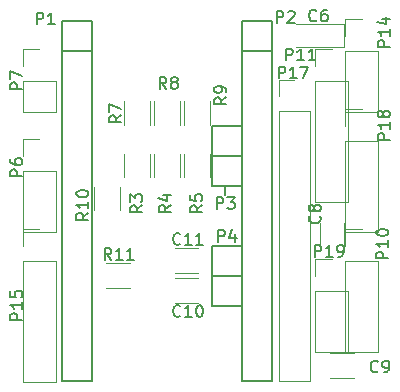
<source format=gbr>
G04 #@! TF.GenerationSoftware,KiCad,Pcbnew,(5.1.5)-3*
G04 #@! TF.CreationDate,2020-06-20T17:54:41+02:00*
G04 #@! TF.ProjectId,openXsensor,6f70656e-5873-4656-9e73-6f722e6b6963,rev?*
G04 #@! TF.SameCoordinates,Original*
G04 #@! TF.FileFunction,Legend,Top*
G04 #@! TF.FilePolarity,Positive*
%FSLAX46Y46*%
G04 Gerber Fmt 4.6, Leading zero omitted, Abs format (unit mm)*
G04 Created by KiCad (PCBNEW (5.1.5)-3) date 2020-06-20 17:54:41*
%MOMM*%
%LPD*%
G04 APERTURE LIST*
%ADD10C,0.150000*%
%ADD11C,0.120000*%
G04 APERTURE END LIST*
D10*
X151003000Y-98552000D02*
X151003000Y-97790000D01*
X139700000Y-86360000D02*
X139700000Y-83820000D01*
X139700000Y-83820000D02*
X137160000Y-83820000D01*
X137160000Y-83820000D02*
X137160000Y-86360000D01*
X137160000Y-86360000D02*
X137160000Y-114300000D01*
X137160000Y-114300000D02*
X139700000Y-114300000D01*
X139700000Y-114300000D02*
X139700000Y-86360000D01*
X137160000Y-86360000D02*
X139700000Y-86360000D01*
X152400000Y-95250000D02*
X152400000Y-92710000D01*
X152400000Y-92710000D02*
X149860000Y-92710000D01*
X149860000Y-92710000D02*
X149860000Y-95250000D01*
X149860000Y-97790000D02*
X149860000Y-95250000D01*
X149860000Y-95250000D02*
X152400000Y-95250000D01*
X152400000Y-95250000D02*
X152400000Y-97790000D01*
X152400000Y-97790000D02*
X149860000Y-97790000D01*
X154940000Y-86360000D02*
X154940000Y-83820000D01*
X154940000Y-83820000D02*
X152400000Y-83820000D01*
X152400000Y-83820000D02*
X152400000Y-86360000D01*
X152400000Y-86360000D02*
X152400000Y-114300000D01*
X152400000Y-114300000D02*
X154940000Y-114300000D01*
X154940000Y-114300000D02*
X154940000Y-86360000D01*
X152400000Y-86360000D02*
X154940000Y-86360000D01*
X152400000Y-105410000D02*
X152400000Y-102870000D01*
X152400000Y-102870000D02*
X149860000Y-102870000D01*
X149860000Y-102870000D02*
X149860000Y-105410000D01*
X149860000Y-107950000D02*
X149860000Y-105410000D01*
X149860000Y-105410000D02*
X152400000Y-105410000D01*
X152400000Y-105410000D02*
X152400000Y-107950000D01*
X152400000Y-107950000D02*
X149860000Y-107950000D01*
D11*
X156982500Y-86025000D02*
X161067500Y-86025000D01*
X161067500Y-86025000D02*
X161067500Y-84155000D01*
X161067500Y-84155000D02*
X156982500Y-84155000D01*
X159000000Y-101005000D02*
X159000000Y-103005000D01*
X161040000Y-103005000D02*
X161040000Y-101005000D01*
X159885000Y-114050000D02*
X161885000Y-114050000D01*
X161885000Y-112010000D02*
X159885000Y-112010000D01*
X146725000Y-107700000D02*
X148725000Y-107700000D01*
X148725000Y-105660000D02*
X146725000Y-105660000D01*
X148725000Y-103120000D02*
X146725000Y-103120000D01*
X146725000Y-105160000D02*
X148725000Y-105160000D01*
X133865000Y-96520000D02*
X133865000Y-101720000D01*
X133865000Y-101720000D02*
X136645000Y-101720000D01*
X136645000Y-101720000D02*
X136645000Y-96520000D01*
X136645000Y-96520000D02*
X133865000Y-96520000D01*
X133865000Y-95250000D02*
X133865000Y-93860000D01*
X133865000Y-93860000D02*
X135255000Y-93860000D01*
X133865000Y-88900000D02*
X133865000Y-91560000D01*
X133865000Y-91560000D02*
X136645000Y-91560000D01*
X136645000Y-91560000D02*
X136645000Y-88900000D01*
X136645000Y-88900000D02*
X133865000Y-88900000D01*
X133865000Y-87630000D02*
X133865000Y-86240000D01*
X133865000Y-86240000D02*
X135255000Y-86240000D01*
X161170000Y-104140000D02*
X161170000Y-111880000D01*
X161170000Y-111880000D02*
X163950000Y-111880000D01*
X163950000Y-111880000D02*
X163950000Y-104140000D01*
X163950000Y-104140000D02*
X161170000Y-104140000D01*
X161170000Y-102870000D02*
X161170000Y-101480000D01*
X161170000Y-101480000D02*
X162560000Y-101480000D01*
X158630000Y-88900000D02*
X158630000Y-99180000D01*
X158630000Y-99180000D02*
X161410000Y-99180000D01*
X161410000Y-99180000D02*
X161410000Y-88900000D01*
X161410000Y-88900000D02*
X158630000Y-88900000D01*
X158630000Y-87630000D02*
X158630000Y-86240000D01*
X158630000Y-86240000D02*
X160020000Y-86240000D01*
X161170000Y-86360000D02*
X161170000Y-91560000D01*
X161170000Y-91560000D02*
X163950000Y-91560000D01*
X163950000Y-91560000D02*
X163950000Y-86360000D01*
X163950000Y-86360000D02*
X161170000Y-86360000D01*
X161170000Y-85090000D02*
X161170000Y-83700000D01*
X161170000Y-83700000D02*
X162560000Y-83700000D01*
X133865000Y-104140000D02*
X133865000Y-114420000D01*
X133865000Y-114420000D02*
X136645000Y-114420000D01*
X136645000Y-114420000D02*
X136645000Y-104140000D01*
X136645000Y-104140000D02*
X133865000Y-104140000D01*
X133865000Y-102870000D02*
X133865000Y-101480000D01*
X133865000Y-101480000D02*
X135255000Y-101480000D01*
X155515000Y-114360000D02*
X158175000Y-114360000D01*
X155515000Y-91440000D02*
X155515000Y-114360000D01*
X158175000Y-91440000D02*
X158175000Y-114360000D01*
X155515000Y-91440000D02*
X158175000Y-91440000D01*
X155515000Y-90170000D02*
X155515000Y-88840000D01*
X155515000Y-88840000D02*
X156845000Y-88840000D01*
X161170000Y-93980000D02*
X161170000Y-101720000D01*
X161170000Y-101720000D02*
X163950000Y-101720000D01*
X163950000Y-101720000D02*
X163950000Y-93980000D01*
X163950000Y-93980000D02*
X161170000Y-93980000D01*
X161170000Y-92710000D02*
X161170000Y-91320000D01*
X161170000Y-91320000D02*
X162560000Y-91320000D01*
X158630000Y-104020000D02*
X160020000Y-104020000D01*
X158630000Y-105410000D02*
X158630000Y-104020000D01*
X161410000Y-106680000D02*
X158630000Y-106680000D01*
X161410000Y-111880000D02*
X161410000Y-106680000D01*
X158630000Y-111880000D02*
X161410000Y-111880000D01*
X158630000Y-106680000D02*
X158630000Y-111880000D01*
X142440000Y-97086000D02*
X142440000Y-95086000D01*
X144580000Y-95086000D02*
X144580000Y-97086000D01*
X147120000Y-95086000D02*
X147120000Y-97086000D01*
X144980000Y-97086000D02*
X144980000Y-95086000D01*
X147520000Y-97086000D02*
X147520000Y-95086000D01*
X149660000Y-95086000D02*
X149660000Y-97086000D01*
X144580000Y-90641000D02*
X144580000Y-92641000D01*
X142440000Y-92641000D02*
X142440000Y-90641000D01*
X144980000Y-92641000D02*
X144980000Y-90641000D01*
X147120000Y-90641000D02*
X147120000Y-92641000D01*
X147520000Y-92641000D02*
X147520000Y-90641000D01*
X149660000Y-90641000D02*
X149660000Y-92641000D01*
X142040000Y-97880000D02*
X142040000Y-99880000D01*
X139900000Y-99880000D02*
X139900000Y-97880000D01*
X142912000Y-106480000D02*
X140912000Y-106480000D01*
X140912000Y-104340000D02*
X142912000Y-104340000D01*
D10*
X135024904Y-84145380D02*
X135024904Y-83145380D01*
X135405857Y-83145380D01*
X135501095Y-83193000D01*
X135548714Y-83240619D01*
X135596333Y-83335857D01*
X135596333Y-83478714D01*
X135548714Y-83573952D01*
X135501095Y-83621571D01*
X135405857Y-83669190D01*
X135024904Y-83669190D01*
X136548714Y-84145380D02*
X135977285Y-84145380D01*
X136263000Y-84145380D02*
X136263000Y-83145380D01*
X136167761Y-83288238D01*
X136072523Y-83383476D01*
X135977285Y-83431095D01*
X150264904Y-99766380D02*
X150264904Y-98766380D01*
X150645857Y-98766380D01*
X150741095Y-98814000D01*
X150788714Y-98861619D01*
X150836333Y-98956857D01*
X150836333Y-99099714D01*
X150788714Y-99194952D01*
X150741095Y-99242571D01*
X150645857Y-99290190D01*
X150264904Y-99290190D01*
X151169666Y-98766380D02*
X151788714Y-98766380D01*
X151455380Y-99147333D01*
X151598238Y-99147333D01*
X151693476Y-99194952D01*
X151741095Y-99242571D01*
X151788714Y-99337809D01*
X151788714Y-99575904D01*
X151741095Y-99671142D01*
X151693476Y-99718761D01*
X151598238Y-99766380D01*
X151312523Y-99766380D01*
X151217285Y-99718761D01*
X151169666Y-99671142D01*
X155344904Y-84018380D02*
X155344904Y-83018380D01*
X155725857Y-83018380D01*
X155821095Y-83066000D01*
X155868714Y-83113619D01*
X155916333Y-83208857D01*
X155916333Y-83351714D01*
X155868714Y-83446952D01*
X155821095Y-83494571D01*
X155725857Y-83542190D01*
X155344904Y-83542190D01*
X156297285Y-83113619D02*
X156344904Y-83066000D01*
X156440142Y-83018380D01*
X156678238Y-83018380D01*
X156773476Y-83066000D01*
X156821095Y-83113619D01*
X156868714Y-83208857D01*
X156868714Y-83304095D01*
X156821095Y-83446952D01*
X156249666Y-84018380D01*
X156868714Y-84018380D01*
X150391904Y-102560380D02*
X150391904Y-101560380D01*
X150772857Y-101560380D01*
X150868095Y-101608000D01*
X150915714Y-101655619D01*
X150963333Y-101750857D01*
X150963333Y-101893714D01*
X150915714Y-101988952D01*
X150868095Y-102036571D01*
X150772857Y-102084190D01*
X150391904Y-102084190D01*
X151820476Y-101893714D02*
X151820476Y-102560380D01*
X151582380Y-101512761D02*
X151344285Y-102227047D01*
X151963333Y-102227047D01*
X158710333Y-83796142D02*
X158662714Y-83843761D01*
X158519857Y-83891380D01*
X158424619Y-83891380D01*
X158281761Y-83843761D01*
X158186523Y-83748523D01*
X158138904Y-83653285D01*
X158091285Y-83462809D01*
X158091285Y-83319952D01*
X158138904Y-83129476D01*
X158186523Y-83034238D01*
X158281761Y-82939000D01*
X158424619Y-82891380D01*
X158519857Y-82891380D01*
X158662714Y-82939000D01*
X158710333Y-82986619D01*
X159567476Y-82891380D02*
X159377000Y-82891380D01*
X159281761Y-82939000D01*
X159234142Y-82986619D01*
X159138904Y-83129476D01*
X159091285Y-83319952D01*
X159091285Y-83700904D01*
X159138904Y-83796142D01*
X159186523Y-83843761D01*
X159281761Y-83891380D01*
X159472238Y-83891380D01*
X159567476Y-83843761D01*
X159615095Y-83796142D01*
X159662714Y-83700904D01*
X159662714Y-83462809D01*
X159615095Y-83367571D01*
X159567476Y-83319952D01*
X159472238Y-83272333D01*
X159281761Y-83272333D01*
X159186523Y-83319952D01*
X159138904Y-83367571D01*
X159091285Y-83462809D01*
X158980142Y-100369666D02*
X159027761Y-100417285D01*
X159075380Y-100560142D01*
X159075380Y-100655380D01*
X159027761Y-100798238D01*
X158932523Y-100893476D01*
X158837285Y-100941095D01*
X158646809Y-100988714D01*
X158503952Y-100988714D01*
X158313476Y-100941095D01*
X158218238Y-100893476D01*
X158123000Y-100798238D01*
X158075380Y-100655380D01*
X158075380Y-100560142D01*
X158123000Y-100417285D01*
X158170619Y-100369666D01*
X158503952Y-99798238D02*
X158456333Y-99893476D01*
X158408714Y-99941095D01*
X158313476Y-99988714D01*
X158265857Y-99988714D01*
X158170619Y-99941095D01*
X158123000Y-99893476D01*
X158075380Y-99798238D01*
X158075380Y-99607761D01*
X158123000Y-99512523D01*
X158170619Y-99464904D01*
X158265857Y-99417285D01*
X158313476Y-99417285D01*
X158408714Y-99464904D01*
X158456333Y-99512523D01*
X158503952Y-99607761D01*
X158503952Y-99798238D01*
X158551571Y-99893476D01*
X158599190Y-99941095D01*
X158694428Y-99988714D01*
X158884904Y-99988714D01*
X158980142Y-99941095D01*
X159027761Y-99893476D01*
X159075380Y-99798238D01*
X159075380Y-99607761D01*
X159027761Y-99512523D01*
X158980142Y-99464904D01*
X158884904Y-99417285D01*
X158694428Y-99417285D01*
X158599190Y-99464904D01*
X158551571Y-99512523D01*
X158503952Y-99607761D01*
X163917333Y-113514142D02*
X163869714Y-113561761D01*
X163726857Y-113609380D01*
X163631619Y-113609380D01*
X163488761Y-113561761D01*
X163393523Y-113466523D01*
X163345904Y-113371285D01*
X163298285Y-113180809D01*
X163298285Y-113037952D01*
X163345904Y-112847476D01*
X163393523Y-112752238D01*
X163488761Y-112657000D01*
X163631619Y-112609380D01*
X163726857Y-112609380D01*
X163869714Y-112657000D01*
X163917333Y-112704619D01*
X164393523Y-113609380D02*
X164584000Y-113609380D01*
X164679238Y-113561761D01*
X164726857Y-113514142D01*
X164822095Y-113371285D01*
X164869714Y-113180809D01*
X164869714Y-112799857D01*
X164822095Y-112704619D01*
X164774476Y-112657000D01*
X164679238Y-112609380D01*
X164488761Y-112609380D01*
X164393523Y-112657000D01*
X164345904Y-112704619D01*
X164298285Y-112799857D01*
X164298285Y-113037952D01*
X164345904Y-113133190D01*
X164393523Y-113180809D01*
X164488761Y-113228428D01*
X164679238Y-113228428D01*
X164774476Y-113180809D01*
X164822095Y-113133190D01*
X164869714Y-113037952D01*
X147185142Y-108815142D02*
X147137523Y-108862761D01*
X146994666Y-108910380D01*
X146899428Y-108910380D01*
X146756571Y-108862761D01*
X146661333Y-108767523D01*
X146613714Y-108672285D01*
X146566095Y-108481809D01*
X146566095Y-108338952D01*
X146613714Y-108148476D01*
X146661333Y-108053238D01*
X146756571Y-107958000D01*
X146899428Y-107910380D01*
X146994666Y-107910380D01*
X147137523Y-107958000D01*
X147185142Y-108005619D01*
X148137523Y-108910380D02*
X147566095Y-108910380D01*
X147851809Y-108910380D02*
X147851809Y-107910380D01*
X147756571Y-108053238D01*
X147661333Y-108148476D01*
X147566095Y-108196095D01*
X148756571Y-107910380D02*
X148851809Y-107910380D01*
X148947047Y-107958000D01*
X148994666Y-108005619D01*
X149042285Y-108100857D01*
X149089904Y-108291333D01*
X149089904Y-108529428D01*
X149042285Y-108719904D01*
X148994666Y-108815142D01*
X148947047Y-108862761D01*
X148851809Y-108910380D01*
X148756571Y-108910380D01*
X148661333Y-108862761D01*
X148613714Y-108815142D01*
X148566095Y-108719904D01*
X148518476Y-108529428D01*
X148518476Y-108291333D01*
X148566095Y-108100857D01*
X148613714Y-108005619D01*
X148661333Y-107958000D01*
X148756571Y-107910380D01*
X147185142Y-102719142D02*
X147137523Y-102766761D01*
X146994666Y-102814380D01*
X146899428Y-102814380D01*
X146756571Y-102766761D01*
X146661333Y-102671523D01*
X146613714Y-102576285D01*
X146566095Y-102385809D01*
X146566095Y-102242952D01*
X146613714Y-102052476D01*
X146661333Y-101957238D01*
X146756571Y-101862000D01*
X146899428Y-101814380D01*
X146994666Y-101814380D01*
X147137523Y-101862000D01*
X147185142Y-101909619D01*
X148137523Y-102814380D02*
X147566095Y-102814380D01*
X147851809Y-102814380D02*
X147851809Y-101814380D01*
X147756571Y-101957238D01*
X147661333Y-102052476D01*
X147566095Y-102100095D01*
X149089904Y-102814380D02*
X148518476Y-102814380D01*
X148804190Y-102814380D02*
X148804190Y-101814380D01*
X148708952Y-101957238D01*
X148613714Y-102052476D01*
X148518476Y-102100095D01*
X133802380Y-97004095D02*
X132802380Y-97004095D01*
X132802380Y-96623142D01*
X132850000Y-96527904D01*
X132897619Y-96480285D01*
X132992857Y-96432666D01*
X133135714Y-96432666D01*
X133230952Y-96480285D01*
X133278571Y-96527904D01*
X133326190Y-96623142D01*
X133326190Y-97004095D01*
X132802380Y-95575523D02*
X132802380Y-95766000D01*
X132850000Y-95861238D01*
X132897619Y-95908857D01*
X133040476Y-96004095D01*
X133230952Y-96051714D01*
X133611904Y-96051714D01*
X133707142Y-96004095D01*
X133754761Y-95956476D01*
X133802380Y-95861238D01*
X133802380Y-95670761D01*
X133754761Y-95575523D01*
X133707142Y-95527904D01*
X133611904Y-95480285D01*
X133373809Y-95480285D01*
X133278571Y-95527904D01*
X133230952Y-95575523D01*
X133183333Y-95670761D01*
X133183333Y-95861238D01*
X133230952Y-95956476D01*
X133278571Y-96004095D01*
X133373809Y-96051714D01*
X133802380Y-89638095D02*
X132802380Y-89638095D01*
X132802380Y-89257142D01*
X132850000Y-89161904D01*
X132897619Y-89114285D01*
X132992857Y-89066666D01*
X133135714Y-89066666D01*
X133230952Y-89114285D01*
X133278571Y-89161904D01*
X133326190Y-89257142D01*
X133326190Y-89638095D01*
X132802380Y-88733333D02*
X132802380Y-88066666D01*
X133802380Y-88495238D01*
X164790380Y-103957285D02*
X163790380Y-103957285D01*
X163790380Y-103576333D01*
X163838000Y-103481095D01*
X163885619Y-103433476D01*
X163980857Y-103385857D01*
X164123714Y-103385857D01*
X164218952Y-103433476D01*
X164266571Y-103481095D01*
X164314190Y-103576333D01*
X164314190Y-103957285D01*
X164790380Y-102433476D02*
X164790380Y-103004904D01*
X164790380Y-102719190D02*
X163790380Y-102719190D01*
X163933238Y-102814428D01*
X164028476Y-102909666D01*
X164076095Y-103004904D01*
X163790380Y-101814428D02*
X163790380Y-101719190D01*
X163838000Y-101623952D01*
X163885619Y-101576333D01*
X163980857Y-101528714D01*
X164171333Y-101481095D01*
X164409428Y-101481095D01*
X164599904Y-101528714D01*
X164695142Y-101576333D01*
X164742761Y-101623952D01*
X164790380Y-101719190D01*
X164790380Y-101814428D01*
X164742761Y-101909666D01*
X164695142Y-101957285D01*
X164599904Y-102004904D01*
X164409428Y-102052523D01*
X164171333Y-102052523D01*
X163980857Y-102004904D01*
X163885619Y-101957285D01*
X163838000Y-101909666D01*
X163790380Y-101814428D01*
X156138714Y-87193380D02*
X156138714Y-86193380D01*
X156519666Y-86193380D01*
X156614904Y-86241000D01*
X156662523Y-86288619D01*
X156710142Y-86383857D01*
X156710142Y-86526714D01*
X156662523Y-86621952D01*
X156614904Y-86669571D01*
X156519666Y-86717190D01*
X156138714Y-86717190D01*
X157662523Y-87193380D02*
X157091095Y-87193380D01*
X157376809Y-87193380D02*
X157376809Y-86193380D01*
X157281571Y-86336238D01*
X157186333Y-86431476D01*
X157091095Y-86479095D01*
X158614904Y-87193380D02*
X158043476Y-87193380D01*
X158329190Y-87193380D02*
X158329190Y-86193380D01*
X158233952Y-86336238D01*
X158138714Y-86431476D01*
X158043476Y-86479095D01*
X164917380Y-86050285D02*
X163917380Y-86050285D01*
X163917380Y-85669333D01*
X163965000Y-85574095D01*
X164012619Y-85526476D01*
X164107857Y-85478857D01*
X164250714Y-85478857D01*
X164345952Y-85526476D01*
X164393571Y-85574095D01*
X164441190Y-85669333D01*
X164441190Y-86050285D01*
X164917380Y-84526476D02*
X164917380Y-85097904D01*
X164917380Y-84812190D02*
X163917380Y-84812190D01*
X164060238Y-84907428D01*
X164155476Y-85002666D01*
X164203095Y-85097904D01*
X164250714Y-83669333D02*
X164917380Y-83669333D01*
X163869761Y-83907428D02*
X164584047Y-84145523D01*
X164584047Y-83526476D01*
X133802380Y-109164285D02*
X132802380Y-109164285D01*
X132802380Y-108783333D01*
X132850000Y-108688095D01*
X132897619Y-108640476D01*
X132992857Y-108592857D01*
X133135714Y-108592857D01*
X133230952Y-108640476D01*
X133278571Y-108688095D01*
X133326190Y-108783333D01*
X133326190Y-109164285D01*
X133802380Y-107640476D02*
X133802380Y-108211904D01*
X133802380Y-107926190D02*
X132802380Y-107926190D01*
X132945238Y-108021428D01*
X133040476Y-108116666D01*
X133088095Y-108211904D01*
X132802380Y-106735714D02*
X132802380Y-107211904D01*
X133278571Y-107259523D01*
X133230952Y-107211904D01*
X133183333Y-107116666D01*
X133183333Y-106878571D01*
X133230952Y-106783333D01*
X133278571Y-106735714D01*
X133373809Y-106688095D01*
X133611904Y-106688095D01*
X133707142Y-106735714D01*
X133754761Y-106783333D01*
X133802380Y-106878571D01*
X133802380Y-107116666D01*
X133754761Y-107211904D01*
X133707142Y-107259523D01*
X155503714Y-88717380D02*
X155503714Y-87717380D01*
X155884666Y-87717380D01*
X155979904Y-87765000D01*
X156027523Y-87812619D01*
X156075142Y-87907857D01*
X156075142Y-88050714D01*
X156027523Y-88145952D01*
X155979904Y-88193571D01*
X155884666Y-88241190D01*
X155503714Y-88241190D01*
X157027523Y-88717380D02*
X156456095Y-88717380D01*
X156741809Y-88717380D02*
X156741809Y-87717380D01*
X156646571Y-87860238D01*
X156551333Y-87955476D01*
X156456095Y-88003095D01*
X157360857Y-87717380D02*
X158027523Y-87717380D01*
X157598952Y-88717380D01*
X164917380Y-93924285D02*
X163917380Y-93924285D01*
X163917380Y-93543333D01*
X163965000Y-93448095D01*
X164012619Y-93400476D01*
X164107857Y-93352857D01*
X164250714Y-93352857D01*
X164345952Y-93400476D01*
X164393571Y-93448095D01*
X164441190Y-93543333D01*
X164441190Y-93924285D01*
X164917380Y-92400476D02*
X164917380Y-92971904D01*
X164917380Y-92686190D02*
X163917380Y-92686190D01*
X164060238Y-92781428D01*
X164155476Y-92876666D01*
X164203095Y-92971904D01*
X164345952Y-91829047D02*
X164298333Y-91924285D01*
X164250714Y-91971904D01*
X164155476Y-92019523D01*
X164107857Y-92019523D01*
X164012619Y-91971904D01*
X163965000Y-91924285D01*
X163917380Y-91829047D01*
X163917380Y-91638571D01*
X163965000Y-91543333D01*
X164012619Y-91495714D01*
X164107857Y-91448095D01*
X164155476Y-91448095D01*
X164250714Y-91495714D01*
X164298333Y-91543333D01*
X164345952Y-91638571D01*
X164345952Y-91829047D01*
X164393571Y-91924285D01*
X164441190Y-91971904D01*
X164536428Y-92019523D01*
X164726904Y-92019523D01*
X164822142Y-91971904D01*
X164869761Y-91924285D01*
X164917380Y-91829047D01*
X164917380Y-91638571D01*
X164869761Y-91543333D01*
X164822142Y-91495714D01*
X164726904Y-91448095D01*
X164536428Y-91448095D01*
X164441190Y-91495714D01*
X164393571Y-91543333D01*
X164345952Y-91638571D01*
X158551714Y-103830380D02*
X158551714Y-102830380D01*
X158932666Y-102830380D01*
X159027904Y-102878000D01*
X159075523Y-102925619D01*
X159123142Y-103020857D01*
X159123142Y-103163714D01*
X159075523Y-103258952D01*
X159027904Y-103306571D01*
X158932666Y-103354190D01*
X158551714Y-103354190D01*
X160075523Y-103830380D02*
X159504095Y-103830380D01*
X159789809Y-103830380D02*
X159789809Y-102830380D01*
X159694571Y-102973238D01*
X159599333Y-103068476D01*
X159504095Y-103116095D01*
X160551714Y-103830380D02*
X160742190Y-103830380D01*
X160837428Y-103782761D01*
X160885047Y-103735142D01*
X160980285Y-103592285D01*
X161027904Y-103401809D01*
X161027904Y-103020857D01*
X160980285Y-102925619D01*
X160932666Y-102878000D01*
X160837428Y-102830380D01*
X160646952Y-102830380D01*
X160551714Y-102878000D01*
X160504095Y-102925619D01*
X160456476Y-103020857D01*
X160456476Y-103258952D01*
X160504095Y-103354190D01*
X160551714Y-103401809D01*
X160646952Y-103449428D01*
X160837428Y-103449428D01*
X160932666Y-103401809D01*
X160980285Y-103354190D01*
X161027904Y-103258952D01*
X143962380Y-99480666D02*
X143486190Y-99814000D01*
X143962380Y-100052095D02*
X142962380Y-100052095D01*
X142962380Y-99671142D01*
X143010000Y-99575904D01*
X143057619Y-99528285D01*
X143152857Y-99480666D01*
X143295714Y-99480666D01*
X143390952Y-99528285D01*
X143438571Y-99575904D01*
X143486190Y-99671142D01*
X143486190Y-100052095D01*
X142962380Y-99147333D02*
X142962380Y-98528285D01*
X143343333Y-98861619D01*
X143343333Y-98718761D01*
X143390952Y-98623523D01*
X143438571Y-98575904D01*
X143533809Y-98528285D01*
X143771904Y-98528285D01*
X143867142Y-98575904D01*
X143914761Y-98623523D01*
X143962380Y-98718761D01*
X143962380Y-99004476D01*
X143914761Y-99099714D01*
X143867142Y-99147333D01*
X146375380Y-99480666D02*
X145899190Y-99814000D01*
X146375380Y-100052095D02*
X145375380Y-100052095D01*
X145375380Y-99671142D01*
X145423000Y-99575904D01*
X145470619Y-99528285D01*
X145565857Y-99480666D01*
X145708714Y-99480666D01*
X145803952Y-99528285D01*
X145851571Y-99575904D01*
X145899190Y-99671142D01*
X145899190Y-100052095D01*
X145708714Y-98623523D02*
X146375380Y-98623523D01*
X145327761Y-98861619D02*
X146042047Y-99099714D01*
X146042047Y-98480666D01*
X149042380Y-99480666D02*
X148566190Y-99814000D01*
X149042380Y-100052095D02*
X148042380Y-100052095D01*
X148042380Y-99671142D01*
X148090000Y-99575904D01*
X148137619Y-99528285D01*
X148232857Y-99480666D01*
X148375714Y-99480666D01*
X148470952Y-99528285D01*
X148518571Y-99575904D01*
X148566190Y-99671142D01*
X148566190Y-100052095D01*
X148042380Y-98575904D02*
X148042380Y-99052095D01*
X148518571Y-99099714D01*
X148470952Y-99052095D01*
X148423333Y-98956857D01*
X148423333Y-98718761D01*
X148470952Y-98623523D01*
X148518571Y-98575904D01*
X148613809Y-98528285D01*
X148851904Y-98528285D01*
X148947142Y-98575904D01*
X148994761Y-98623523D01*
X149042380Y-98718761D01*
X149042380Y-98956857D01*
X148994761Y-99052095D01*
X148947142Y-99099714D01*
X142184380Y-91860666D02*
X141708190Y-92194000D01*
X142184380Y-92432095D02*
X141184380Y-92432095D01*
X141184380Y-92051142D01*
X141232000Y-91955904D01*
X141279619Y-91908285D01*
X141374857Y-91860666D01*
X141517714Y-91860666D01*
X141612952Y-91908285D01*
X141660571Y-91955904D01*
X141708190Y-92051142D01*
X141708190Y-92432095D01*
X141184380Y-91527333D02*
X141184380Y-90860666D01*
X142184380Y-91289238D01*
X146010333Y-89606380D02*
X145677000Y-89130190D01*
X145438904Y-89606380D02*
X145438904Y-88606380D01*
X145819857Y-88606380D01*
X145915095Y-88654000D01*
X145962714Y-88701619D01*
X146010333Y-88796857D01*
X146010333Y-88939714D01*
X145962714Y-89034952D01*
X145915095Y-89082571D01*
X145819857Y-89130190D01*
X145438904Y-89130190D01*
X146581761Y-89034952D02*
X146486523Y-88987333D01*
X146438904Y-88939714D01*
X146391285Y-88844476D01*
X146391285Y-88796857D01*
X146438904Y-88701619D01*
X146486523Y-88654000D01*
X146581761Y-88606380D01*
X146772238Y-88606380D01*
X146867476Y-88654000D01*
X146915095Y-88701619D01*
X146962714Y-88796857D01*
X146962714Y-88844476D01*
X146915095Y-88939714D01*
X146867476Y-88987333D01*
X146772238Y-89034952D01*
X146581761Y-89034952D01*
X146486523Y-89082571D01*
X146438904Y-89130190D01*
X146391285Y-89225428D01*
X146391285Y-89415904D01*
X146438904Y-89511142D01*
X146486523Y-89558761D01*
X146581761Y-89606380D01*
X146772238Y-89606380D01*
X146867476Y-89558761D01*
X146915095Y-89511142D01*
X146962714Y-89415904D01*
X146962714Y-89225428D01*
X146915095Y-89130190D01*
X146867476Y-89082571D01*
X146772238Y-89034952D01*
X151074380Y-90336666D02*
X150598190Y-90670000D01*
X151074380Y-90908095D02*
X150074380Y-90908095D01*
X150074380Y-90527142D01*
X150122000Y-90431904D01*
X150169619Y-90384285D01*
X150264857Y-90336666D01*
X150407714Y-90336666D01*
X150502952Y-90384285D01*
X150550571Y-90431904D01*
X150598190Y-90527142D01*
X150598190Y-90908095D01*
X151074380Y-89860476D02*
X151074380Y-89670000D01*
X151026761Y-89574761D01*
X150979142Y-89527142D01*
X150836285Y-89431904D01*
X150645809Y-89384285D01*
X150264857Y-89384285D01*
X150169619Y-89431904D01*
X150122000Y-89479523D01*
X150074380Y-89574761D01*
X150074380Y-89765238D01*
X150122000Y-89860476D01*
X150169619Y-89908095D01*
X150264857Y-89955714D01*
X150502952Y-89955714D01*
X150598190Y-89908095D01*
X150645809Y-89860476D01*
X150693428Y-89765238D01*
X150693428Y-89574761D01*
X150645809Y-89479523D01*
X150598190Y-89431904D01*
X150502952Y-89384285D01*
X139390380Y-100104857D02*
X138914190Y-100438190D01*
X139390380Y-100676285D02*
X138390380Y-100676285D01*
X138390380Y-100295333D01*
X138438000Y-100200095D01*
X138485619Y-100152476D01*
X138580857Y-100104857D01*
X138723714Y-100104857D01*
X138818952Y-100152476D01*
X138866571Y-100200095D01*
X138914190Y-100295333D01*
X138914190Y-100676285D01*
X139390380Y-99152476D02*
X139390380Y-99723904D01*
X139390380Y-99438190D02*
X138390380Y-99438190D01*
X138533238Y-99533428D01*
X138628476Y-99628666D01*
X138676095Y-99723904D01*
X138390380Y-98533428D02*
X138390380Y-98438190D01*
X138438000Y-98342952D01*
X138485619Y-98295333D01*
X138580857Y-98247714D01*
X138771333Y-98200095D01*
X139009428Y-98200095D01*
X139199904Y-98247714D01*
X139295142Y-98295333D01*
X139342761Y-98342952D01*
X139390380Y-98438190D01*
X139390380Y-98533428D01*
X139342761Y-98628666D01*
X139295142Y-98676285D01*
X139199904Y-98723904D01*
X139009428Y-98771523D01*
X138771333Y-98771523D01*
X138580857Y-98723904D01*
X138485619Y-98676285D01*
X138438000Y-98628666D01*
X138390380Y-98533428D01*
X141343142Y-104084380D02*
X141009809Y-103608190D01*
X140771714Y-104084380D02*
X140771714Y-103084380D01*
X141152666Y-103084380D01*
X141247904Y-103132000D01*
X141295523Y-103179619D01*
X141343142Y-103274857D01*
X141343142Y-103417714D01*
X141295523Y-103512952D01*
X141247904Y-103560571D01*
X141152666Y-103608190D01*
X140771714Y-103608190D01*
X142295523Y-104084380D02*
X141724095Y-104084380D01*
X142009809Y-104084380D02*
X142009809Y-103084380D01*
X141914571Y-103227238D01*
X141819333Y-103322476D01*
X141724095Y-103370095D01*
X143247904Y-104084380D02*
X142676476Y-104084380D01*
X142962190Y-104084380D02*
X142962190Y-103084380D01*
X142866952Y-103227238D01*
X142771714Y-103322476D01*
X142676476Y-103370095D01*
M02*

</source>
